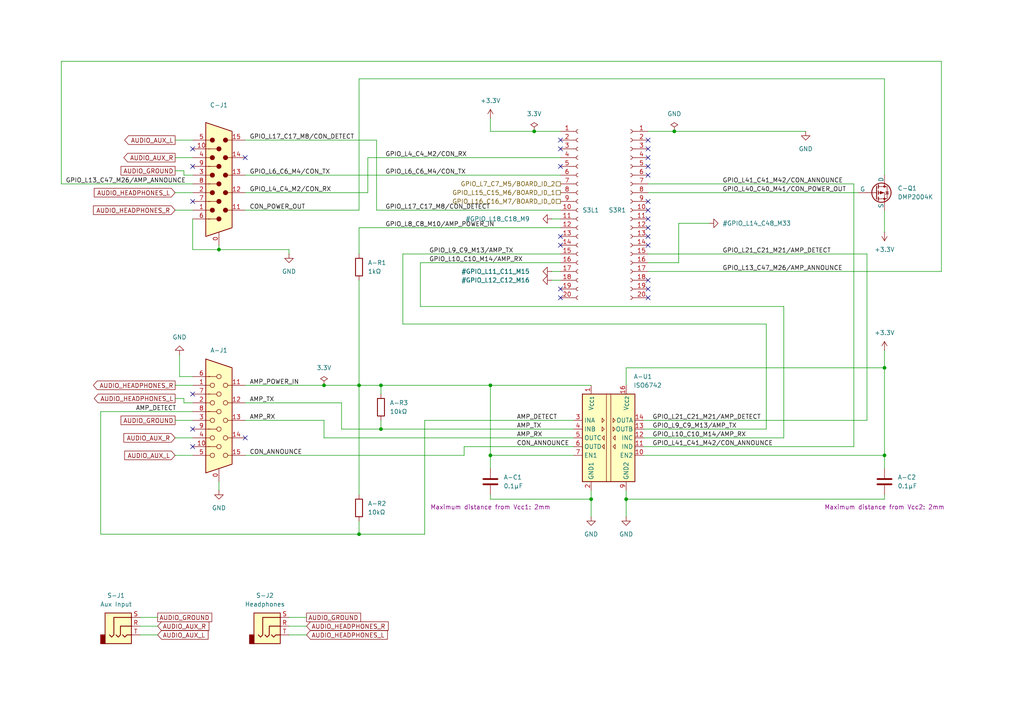
<source format=kicad_sch>
(kicad_sch (version 20250114) (generator "eeschema") (generator_version "9.0")
  (paper "A4")
  (lib_symbols
    (symbol "Connector:Conn_01x20_Socket" (pin_names (offset 1.016) (hide yes))
      (property "Reference" "J" (at 0 25.4 0))
      (property "Value" "Conn_01x20_Socket" (at 0 -27.94 0))
      (symbol "Conn_01x20_Socket_1_1"
        (polyline (pts (xy -1.27 22.86) (xy -0.508 22.86)) (stroke (width 0.1524)))
        (polyline (pts (xy -1.27 20.32) (xy -0.508 20.32)) (stroke (width 0.1524)))
        (polyline (pts (xy -1.27 17.78) (xy -0.508 17.78)) (stroke (width 0.1524)))
        (polyline (pts (xy -1.27 15.24) (xy -0.508 15.24)) (stroke (width 0.1524)))
        (polyline (pts (xy -1.27 12.7) (xy -0.508 12.7)) (stroke (width 0.1524)))
        (polyline (pts (xy -1.27 10.16) (xy -0.508 10.16)) (stroke (width 0.1524)))
        (polyline (pts (xy -1.27 7.62) (xy -0.508 7.62)) (stroke (width 0.1524)))
        (polyline (pts (xy -1.27 5.08) (xy -0.508 5.08)) (stroke (width 0.1524)))
        (polyline (pts (xy -1.27 2.54) (xy -0.508 2.54)) (stroke (width 0.1524)))
        (polyline (pts (xy -1.27 0) (xy -0.508 0)) (stroke (width 0.1524)))
        (polyline (pts (xy -1.27 -2.54) (xy -0.508 -2.54)) (stroke (width 0.1524)))
        (polyline (pts (xy -1.27 -5.08) (xy -0.508 -5.08)) (stroke (width 0.1524)))
        (polyline (pts (xy -1.27 -7.62) (xy -0.508 -7.62)) (stroke (width 0.1524)))
        (polyline (pts (xy -1.27 -10.16) (xy -0.508 -10.16)) (stroke (width 0.1524)))
        (polyline (pts (xy -1.27 -12.7) (xy -0.508 -12.7)) (stroke (width 0.1524)))
        (polyline (pts (xy -1.27 -15.24) (xy -0.508 -15.24)) (stroke (width 0.1524)))
        (polyline (pts (xy -1.27 -17.78) (xy -0.508 -17.78)) (stroke (width 0.1524)))
        (polyline (pts (xy -1.27 -20.32) (xy -0.508 -20.32)) (stroke (width 0.1524)))
        (polyline (pts (xy -1.27 -22.86) (xy -0.508 -22.86)) (stroke (width 0.1524)))
        (polyline (pts (xy -1.27 -25.4) (xy -0.508 -25.4)) (stroke (width 0.1524)))
        (arc (start 0 22.352) (mid -0.5058 22.86) (end 0 23.368) (stroke (width 0.1524)))
        (arc (start 0 19.812) (mid -0.5058 20.32) (end 0 20.828) (stroke (width 0.1524)))
        (arc (start 0 17.272) (mid -0.5058 17.78) (end 0 18.288) (stroke (width 0.1524)))
        (arc (start 0 14.732) (mid -0.5058 15.24) (end 0 15.748) (stroke (width 0.1524)))
        (arc (start 0 12.192) (mid -0.5058 12.7) (end 0 13.208) (stroke (width 0.1524)))
        (arc (start 0 9.652) (mid -0.5058 10.16) (end 0 10.668) (stroke (width 0.1524)))
        (arc (start 0 7.112) (mid -0.5058 7.62) (end 0 8.128) (stroke (width 0.1524)))
        (arc (start 0 4.572) (mid -0.5058 5.08) (end 0 5.588) (stroke (width 0.1524)))
        (arc (start 0 2.032) (mid -0.5058 2.54) (end 0 3.048) (stroke (width 0.1524)))
        (arc (start 0 -0.508) (mid -0.5058 0) (end 0 0.508) (stroke (width 0.1524)))
        (arc (start 0 -3.048) (mid -0.5058 -2.54) (end 0 -2.032) (stroke (width 0.1524)))
        (arc (start 0 -5.588) (mid -0.5058 -5.08) (end 0 -4.572) (stroke (width 0.1524)))
        (arc (start 0 -8.128) (mid -0.5058 -7.62) (end 0 -7.112) (stroke (width 0.1524)))
        (arc (start 0 -10.668) (mid -0.5058 -10.16) (end 0 -9.652) (stroke (width 0.1524)))
        (arc (start 0 -13.208) (mid -0.5058 -12.7) (end 0 -12.192) (stroke (width 0.1524)))
        (arc (start 0 -15.748) (mid -0.5058 -15.24) (end 0 -14.732) (stroke (width 0.1524)))
        (arc (start 0 -18.288) (mid -0.5058 -17.78) (end 0 -17.272) (stroke (width 0.1524)))
        (arc (start 0 -20.828) (mid -0.5058 -20.32) (end 0 -19.812) (stroke (width 0.1524)))
        (arc (start 0 -23.368) (mid -0.5058 -22.86) (end 0 -22.352) (stroke (width 0.1524)))
        (arc (start 0 -25.908) (mid -0.5058 -25.4) (end 0 -24.892) (stroke (width 0.1524)))
        (pin passive line (at -5.08 22.86 0) (length 3.81) (name "Pin_1") (number "1"))
        (pin passive line (at -5.08 20.32 0) (length 3.81) (name "Pin_2") (number "2"))
        (pin passive line (at -5.08 17.78 0) (length 3.81) (name "Pin_3") (number "3"))
        (pin passive line (at -5.08 15.24 0) (length 3.81) (name "Pin_4") (number "4"))
        (pin passive line (at -5.08 12.7 0) (length 3.81) (name "Pin_5") (number "5"))
        (pin passive line (at -5.08 10.16 0) (length 3.81) (name "Pin_6") (number "6"))
        (pin passive line (at -5.08 7.62 0) (length 3.81) (name "Pin_7") (number "7"))
        (pin passive line (at -5.08 5.08 0) (length 3.81) (name "Pin_8") (number "8"))
        (pin passive line (at -5.08 2.54 0) (length 3.81) (name "Pin_9") (number "9"))
        (pin passive line (at -5.08 0 0) (length 3.81) (name "Pin_10") (number "10"))
        (pin passive line (at -5.08 -2.54 0) (length 3.81) (name "Pin_11") (number "11"))
        (pin passive line (at -5.08 -5.08 0) (length 3.81) (name "Pin_12") (number "12"))
        (pin passive line (at -5.08 -7.62 0) (length 3.81) (name "Pin_13") (number "13"))
        (pin passive line (at -5.08 -10.16 0) (length 3.81) (name "Pin_14") (number "14"))
        (pin passive line (at -5.08 -12.7 0) (length 3.81) (name "Pin_15") (number "15"))
        (pin passive line (at -5.08 -15.24 0) (length 3.81) (name "Pin_16") (number "16"))
        (pin passive line (at -5.08 -17.78 0) (length 3.81) (name "Pin_17") (number "17"))
        (pin passive line (at -5.08 -20.32 0) (length 3.81) (name "Pin_18") (number "18"))
        (pin passive line (at -5.08 -22.86 0) (length 3.81) (name "Pin_19") (number "19"))
        (pin passive line (at -5.08 -25.4 0) (length 3.81) (name "Pin_20") (number "20"))
      )
    )
    (symbol "Connector:DE15_Pins_HighDensity_MountingHoles" (pin_names (offset 1.016) (hide yes))
      (property "Reference" "J" (at 0 21.59 0))
      (property "Value" "DE15_Pins_HighDensity_MountingHoles" (at 0 19.05 0))
      (symbol "DE15_Pins_HighDensity_MountingHoles_0_1"
        (polyline (pts (xy -3.81 17.78) (xy -3.81 -15.24) (xy 3.81 -12.7) (xy 3.81 15.24) (xy -3.81 17.78)) (stroke (width 0.254)) (fill (type background)))
        (polyline (pts (xy -3.175 -5.08) (xy -0.635 -5.08)))
        (circle (center -1.905 12.7) (radius 0.635) (fill (type outline)))
        (circle (center -1.905 7.62) (radius 0.635) (fill (type outline)))
        (circle (center -1.905 2.54) (radius 0.635) (fill (type outline)))
        (circle (center -1.905 -2.54) (radius 0.635) (fill (type outline)))
        (circle (center -1.905 -7.62) (radius 0.635) (fill (type outline)))
        (polyline (pts (xy -0.635 10.16) (xy -3.175 10.16)))
        (polyline (pts (xy -0.635 5.08) (xy -3.175 5.08)))
        (polyline (pts (xy -0.635 0) (xy -3.175 0)))
        (polyline (pts (xy -0.635 -10.16) (xy -3.175 -10.16)))
        (circle (center 0 10.16) (radius 0.635) (fill (type outline)))
        (circle (center 0 5.08) (radius 0.635) (fill (type outline)))
        (circle (center 0 0) (radius 0.635) (fill (type outline)))
        (circle (center 0 -5.08) (radius 0.635) (fill (type outline)))
        (circle (center 0 -10.16) (radius 0.635) (fill (type outline)))
        (circle (center 1.905 12.7) (radius 0.635) (fill (type outline)))
        (circle (center 1.905 7.62) (radius 0.635) (fill (type outline)))
        (circle (center 1.905 2.54) (radius 0.635) (fill (type outline)))
        (circle (center 1.905 -2.54) (radius 0.635) (fill (type outline)))
        (circle (center 1.905 -7.62) (radius 0.635) (fill (type outline)))
      )
      (symbol "DE15_Pins_HighDensity_MountingHoles_1_1"
        (pin passive line (at -7.62 12.7 0) (length 5.08) (name "~") (number "5"))
        (pin passive line (at -7.62 10.16 0) (length 5.08) (name "~") (number "10"))
        (pin passive line (at -7.62 7.62 0) (length 5.08) (name "~") (number "4"))
        (pin passive line (at -7.62 5.08 0) (length 5.08) (name "~") (number "9"))
        (pin passive line (at -7.62 2.54 0) (length 5.08) (name "~") (number "3"))
        (pin passive line (at -7.62 0 0) (length 5.08) (name "~") (number "8"))
        (pin passive line (at -7.62 -2.54 0) (length 5.08) (name "~") (number "2"))
        (pin passive line (at -7.62 -5.08 0) (length 5.08) (name "~") (number "7"))
        (pin passive line (at -7.62 -7.62 0) (length 5.08) (name "~") (number "1"))
        (pin passive line (at -7.62 -10.16 0) (length 5.08) (name "~") (number "6"))
        (pin passive line (at 0 -17.78 90) (length 3.81) (name "~") (number "0"))
        (pin passive line (at 7.62 12.7 180) (length 5.08) (name "~") (number "15"))
        (pin passive line (at 7.62 7.62 180) (length 5.08) (name "~") (number "14"))
        (pin passive line (at 7.62 2.54 180) (length 5.08) (name "~") (number "13"))
        (pin passive line (at 7.62 -2.54 180) (length 5.08) (name "~") (number "12"))
        (pin passive line (at 7.62 -7.62 180) (length 5.08) (name "~") (number "11"))
      )
    )
    (symbol "Connector:DE15_Socket_HighDensity_MountingHoles" (pin_names (offset 1.016) (hide yes))
      (property "Reference" "J" (at 0 21.59 0))
      (property "Value" "DE15_Socket_HighDensity_MountingHoles" (at 0 19.05 0))
      (symbol "DE15_Socket_HighDensity_MountingHoles_0_1"
        (polyline (pts (xy -3.81 17.78) (xy -3.81 -15.24) (xy 3.81 -12.7) (xy 3.81 15.24) (xy -3.81 17.78)) (stroke (width 0.254)) (fill (type background)))
        (polyline (pts (xy -3.175 7.62) (xy -0.635 7.62)))
        (circle (center -1.905 10.16) (radius 0.635))
        (circle (center -1.905 5.08) (radius 0.635))
        (circle (center -1.905 0) (radius 0.635))
        (circle (center -1.905 -5.08) (radius 0.635))
        (circle (center -1.905 -10.16) (radius 0.635))
        (polyline (pts (xy -0.635 12.7) (xy -3.175 12.7)))
        (polyline (pts (xy -0.635 2.54) (xy -3.175 2.54)))
        (polyline (pts (xy -0.635 -2.54) (xy -3.175 -2.54)))
        (polyline (pts (xy -0.635 -7.62) (xy -3.175 -7.62)))
        (circle (center 0 12.7) (radius 0.635))
        (circle (center 0 7.62) (radius 0.635))
        (circle (center 0 2.54) (radius 0.635))
        (circle (center 0 -2.54) (radius 0.635))
        (circle (center 0 -7.62) (radius 0.635))
        (circle (center 1.905 10.16) (radius 0.635))
        (circle (center 1.905 5.08) (radius 0.635))
        (circle (center 1.905 0) (radius 0.635))
        (circle (center 1.905 -5.08) (radius 0.635))
        (circle (center 1.905 -10.16) (radius 0.635))
      )
      (symbol "DE15_Socket_HighDensity_MountingHoles_1_1"
        (pin passive line (at -7.62 12.7 0) (length 5.08) (name "~") (number "6"))
        (pin passive line (at -7.62 10.16 0) (length 5.08) (name "~") (number "1"))
        (pin passive line (at -7.62 7.62 0) (length 5.08) (name "~") (number "7"))
        (pin passive line (at -7.62 5.08 0) (length 5.08) (name "~") (number "2"))
        (pin passive line (at -7.62 2.54 0) (length 5.08) (name "~") (number "8"))
        (pin passive line (at -7.62 0 0) (length 5.08) (name "~") (number "3"))
        (pin passive line (at -7.62 -2.54 0) (length 5.08) (name "~") (number "9"))
        (pin passive line (at -7.62 -5.08 0) (length 5.08) (name "~") (number "4"))
        (pin passive line (at -7.62 -7.62 0) (length 5.08) (name "~") (number "10"))
        (pin passive line (at -7.62 -10.16 0) (length 5.08) (name "~") (number "5"))
        (pin passive line (at 0 -17.78 90) (length 3.81) (name "~") (number "0"))
        (pin passive line (at 7.62 10.16 180) (length 5.08) (name "~") (number "11"))
        (pin passive line (at 7.62 5.08 180) (length 5.08) (name "~") (number "12"))
        (pin passive line (at 7.62 0 180) (length 5.08) (name "~") (number "13"))
        (pin passive line (at 7.62 -5.08 180) (length 5.08) (name "~") (number "14"))
        (pin passive line (at 7.62 -10.16 180) (length 5.08) (name "~") (number "15"))
      )
    )
    (symbol "Connector_Audio:AudioJack3"
      (property "Reference" "J" (at 0 8.89 0))
      (property "Value" "AudioJack3" (at 0 6.35 0))
      (symbol "AudioJack3_0_1"
        (rectangle (start -5.08 -5.08) (end -6.35 -2.54) (stroke (width 0.254)) (fill (type outline)))
        (polyline (pts (xy -1.905 -2.54) (xy -1.27 -3.175) (xy -0.635 -2.54) (xy -0.635 0) (xy 2.54 0)) (stroke (width 0.254)))
        (polyline (pts (xy 0 -2.54) (xy 0.635 -3.175) (xy 1.27 -2.54) (xy 2.54 -2.54)) (stroke (width 0.254)))
        (rectangle (start 2.54 3.81) (end -5.08 -5.08) (stroke (width 0.254)) (fill (type background)))
        (polyline (pts (xy 2.54 2.54) (xy -2.54 2.54) (xy -2.54 -2.54) (xy -3.175 -3.175) (xy -3.81 -2.54)) (stroke (width 0.254)))
      )
      (symbol "AudioJack3_1_1"
        (pin passive line (at 5.08 2.54 180) (length 2.54) (name "~") (number "S"))
        (pin passive line (at 5.08 0 180) (length 2.54) (name "~") (number "R"))
        (pin passive line (at 5.08 -2.54 180) (length 2.54) (name "~") (number "T"))
      )
    )
    (symbol "Device:C" (pin_numbers (hide yes)) (pin_names (offset 0.254))
      (property "Reference" "C" (at 0.635 2.54 0))
      (property "Value" "C" (at 0.635 -2.54 0))
      (symbol "C_0_1"
        (polyline (pts (xy -2.032 0.762) (xy 2.032 0.762)) (stroke (width 0.508)))
        (polyline (pts (xy -2.032 -0.762) (xy 2.032 -0.762)) (stroke (width 0.508)))
      )
      (symbol "C_1_1"
        (pin passive line (at 0 3.81 270) (length 2.794) (name "~") (number "1"))
        (pin passive line (at 0 -3.81 90) (length 2.794) (name "~") (number "2"))
      )
    )
    (symbol "Device:R" (pin_numbers (hide yes)) (pin_names (offset 0))
      (property "Reference" "R" (at 2.032 0 90))
      (property "Value" "R" (at 0 0 90))
      (symbol "R_0_1"
        (rectangle (start -1.016 -2.54) (end 1.016 2.54) (stroke (width 0.254)))
      )
      (symbol "R_1_1"
        (pin passive line (at 0 3.81 270) (length 1.27) (name "~") (number "1"))
        (pin passive line (at 0 -3.81 90) (length 1.27) (name "~") (number "2"))
      )
    )
    (symbol "Isolator:ISO6742"
      (property "Reference" "U" (at 8.255 14.605 0))
      (property "Value" "ISO6742" (at 8.255 12.065 0))
      (symbol "ISO6742_0_1"
        (rectangle (start -7.62 12.7) (end 7.62 -12.7) (stroke (width 0.254)) (fill (type background)))
        (polyline (pts (xy -0.635 12.7) (xy -0.635 -12.7)))
        (polyline (pts (xy 0.635 12.7) (xy 0.635 -12.7)))
      )
      (symbol "ISO6742_1_1"
        (polyline (pts (xy -1.905 5.715) (xy -1.27 5.08) (xy -1.905 4.445) (xy -1.905 5.715)))
        (polyline (pts (xy -1.905 3.175) (xy -1.27 2.54) (xy -1.905 1.905) (xy -1.905 3.175)))
        (polyline (pts (xy -1.27 -0.635) (xy -1.905 0) (xy -1.27 0.635) (xy -1.27 -0.635)))
        (polyline (pts (xy -1.27 -3.175) (xy -1.905 -2.54) (xy -1.27 -1.905) (xy -1.27 -3.175)))
        (polyline (pts (xy 1.27 5.715) (xy 1.905 5.08) (xy 1.27 4.445) (xy 1.27 5.715)))
        (polyline (pts (xy 1.27 3.175) (xy 1.905 2.54) (xy 1.27 1.905) (xy 1.27 3.175)))
        (polyline (pts (xy 1.905 -0.635) (xy 1.27 0) (xy 1.905 0.635) (xy 1.905 -0.635)))
        (polyline (pts (xy 1.905 -3.175) (xy 1.27 -2.54) (xy 1.905 -1.905) (xy 1.905 -3.175)))
        (pin input line (at -10.16 5.08 0) (length 2.54) (name "INA") (number "3"))
        (pin input line (at -10.16 2.54 0) (length 2.54) (name "INB") (number "4"))
        (pin output line (at -10.16 0 0) (length 2.54) (name "OUTC") (number "5"))
        (pin output line (at -10.16 -2.54 0) (length 2.54) (name "OUTD") (number "6"))
        (pin input line (at -10.16 -5.08 0) (length 2.54) (name "EN1") (number "7"))
        (pin power_in line (at -5.08 15.24 270) (length 2.54) (name "V_{CC1}") (number "1"))
        (pin power_in line (at -5.08 -15.24 90) (length 2.54) (name "GND1") (number "2"))
        (pin passive line (at -5.08 -15.24 90) (length 2.54) (hide yes) (name "GND1") (number "8"))
        (pin power_in line (at 5.08 15.24 270) (length 2.54) (name "V_{CC2}") (number "16"))
        (pin passive line (at 5.08 -15.24 90) (length 2.54) (hide yes) (name "GND2") (number "15"))
        (pin power_in line (at 5.08 -15.24 90) (length 2.54) (name "GND2") (number "9"))
        (pin output line (at 10.16 5.08 180) (length 2.54) (name "OUTA") (number "14"))
        (pin output line (at 10.16 2.54 180) (length 2.54) (name "OUTB") (number "13"))
        (pin input line (at 10.16 0 180) (length 2.54) (name "INC") (number "12"))
        (pin input line (at 10.16 -2.54 180) (length 2.54) (name "IND") (number "11"))
        (pin input line (at 10.16 -5.08 180) (length 2.54) (name "EN2") (number "10"))
      )
    )
    (symbol "Simulation_SPICE:PMOS" (pin_numbers (hide yes)) (pin_names (offset 0))
      (property "Reference" "C-Q1" (at 6.35 1.2701 0))
      (property "Value" "DMP2004K" (at 6.35 -1.2699 0))
      (symbol "PMOS_0_1"
        (polyline (pts (xy 0.254 1.905) (xy 0.254 -1.905)) (stroke (width 0.254)))
        (polyline (pts (xy 0.254 0) (xy -2.54 0)))
        (polyline (pts (xy 0.762 2.286) (xy 0.762 1.27)) (stroke (width 0.254)))
        (polyline (pts (xy 0.762 1.778) (xy 3.302 1.778) (xy 3.302 -1.778) (xy 0.762 -1.778)))
        (polyline (pts (xy 0.762 0.508) (xy 0.762 -0.508)) (stroke (width 0.254)))
        (polyline (pts (xy 0.762 -1.27) (xy 0.762 -2.286)) (stroke (width 0.254)))
        (circle (center 1.651 0) (radius 2.794) (stroke (width 0.254)))
        (polyline (pts (xy 2.286 0) (xy 1.27 0.381) (xy 1.27 -0.381) (xy 2.286 0)) (fill (type outline)))
        (polyline (pts (xy 2.54 2.54) (xy 2.54 1.778)))
        (circle (center 2.54 1.778) (radius 0.254) (fill (type outline)))
        (circle (center 2.54 -1.778) (radius 0.254) (fill (type outline)))
        (polyline (pts (xy 2.54 -2.54) (xy 2.54 0) (xy 0.762 0)))
        (polyline (pts (xy 2.794 -0.508) (xy 2.921 -0.381) (xy 3.683 -0.381) (xy 3.81 -0.254)))
        (polyline (pts (xy 3.302 -0.381) (xy 2.921 0.254) (xy 3.683 0.254) (xy 3.302 -0.381)))
      )
      (symbol "PMOS_1_1"
        (pin passive line (at -5.08 0 0) (length 2.54) (name "G") (number "1"))
        (pin passive line (at 2.54 5.08 270) (length 2.54) (name "D") (number "3"))
        (pin passive line (at 2.54 -5.08 90) (length 2.54) (name "S") (number "2"))
      )
    )
    (symbol "power:+3.3V" (power) (pin_numbers (hide yes)) (pin_names (offset 0) (hide yes))
      (property "Value" "+3.3V" (at 0 3.556 0))
      (symbol "+3.3V_0_1"
        (polyline (pts (xy -0.762 1.27) (xy 0 2.54)))
        (polyline (pts (xy 0 2.54) (xy 0.762 1.27)))
        (polyline (pts (xy 0 0) (xy 0 2.54)))
      )
      (symbol "+3.3V_1_1"
        (pin power_in line (at 0 0 90) (length 0) (name "~") (number "1"))
      )
    )
    (symbol "power:GND" (power) (pin_numbers (hide yes)) (pin_names (offset 0) (hide yes))
      (property "Value" "GND" (at 0 -3.81 0))
      (symbol "GND_0_1"
        (polyline (pts (xy 0 0) (xy 0 -1.27) (xy 1.27 -1.27) (xy 0 -2.54) (xy -1.27 -1.27) (xy 0 -1.27)))
      )
      (symbol "GND_1_1"
        (pin power_in line (at 0 0 270) (length 0) (name "~") (number "1"))
      )
    )
    (symbol "power:PWR_FLAG" (power) (pin_numbers (hide yes)) (pin_names (offset 0) (hide yes))
      (property "Value" "PWR_FLAG" (at 0 3.81 0))
      (symbol "PWR_FLAG_0_0"
        (pin power_out line (at 0 0 90) (length 0) (name "~") (number "1"))
      )
      (symbol "PWR_FLAG_0_1"
        (polyline (pts (xy 0 0) (xy 0 1.27) (xy -1.016 1.905) (xy 0 2.54) (xy 1.016 1.905) (xy 0 1.27)))
      )
    )
  )
  (junction (at 256.54 132.08))
  (junction (at 63.5 72.39))
  (junction (at 110.49 124.46))
  (junction (at 256.54 106.68))
  (junction (at 142.24 132.08))
  (junction (at 142.24 111.76))
  (junction (at 93.98 111.76))
  (junction (at 104.14 154.94))
  (junction (at 104.14 111.76))
  (junction (at 181.61 144.78))
  (junction (at 154.94 38.1))
  (junction (at 195.58 38.1))
  (junction (at 110.49 111.76))
  (junction (at 171.45 144.78))
  (no_connect (at 55.88 58.42))
  (no_connect (at 187.96 60.96))
  (no_connect (at 187.96 40.64))
  (no_connect (at 71.12 45.72))
  (no_connect (at 55.88 129.54))
  (no_connect (at 187.96 81.28))
  (no_connect (at 187.96 48.26))
  (no_connect (at 162.56 48.26))
  (no_connect (at 162.56 83.82))
  (no_connect (at 187.96 83.82))
  (no_connect (at 55.88 124.46))
  (no_connect (at 162.56 68.58))
  (no_connect (at 187.96 71.12))
  (no_connect (at 187.96 50.8))
  (no_connect (at 187.96 45.72))
  (no_connect (at 162.56 71.12))
  (no_connect (at 162.56 40.64))
  (no_connect (at 71.12 127))
  (no_connect (at 187.96 58.42))
  (no_connect (at 55.88 43.18))
  (no_connect (at 162.56 43.18))
  (no_connect (at 187.96 86.36))
  (no_connect (at 187.96 43.18))
  (no_connect (at 187.96 63.5))
  (no_connect (at 187.96 68.58))
  (no_connect (at 55.88 114.3))
  (no_connect (at 55.88 48.26))
  (no_connect (at 187.96 66.04))
  (no_connect (at 162.56 86.36))
  (wire (pts (xy 256.54 132.08) (xy 256.54 135.89)))
  (wire (pts (xy 187.96 78.74) (xy 273.05 78.74)))
  (wire (pts (xy 104.14 111.76) (xy 104.14 143.51)))
  (wire (pts (xy 154.94 38.1) (xy 162.56 38.1)))
  (wire (pts (xy 71.12 116.84) (xy 99.06 116.84)))
  (wire (pts (xy 106.68 45.72) (xy 162.56 45.72)))
  (wire (pts (xy 181.61 144.78) (xy 256.54 144.78)))
  (wire (pts (xy 171.45 144.78) (xy 171.45 149.86)))
  (wire (pts (xy 195.58 38.1) (xy 233.68 38.1)))
  (wire (pts (xy 110.49 111.76) (xy 142.24 111.76)))
  (wire (pts (xy 187.96 73.66) (xy 251.46 73.66)))
  (wire (pts (xy 256.54 22.86) (xy 104.14 22.86)))
  (wire (pts (xy 160.02 78.74) (xy 162.56 78.74)))
  (wire (pts (xy 256.54 101.6) (xy 256.54 106.68)))
  (wire (pts (xy 222.25 93.98) (xy 116.84 93.98)))
  (wire (pts (xy 52.07 109.22) (xy 55.88 109.22)))
  (wire (pts (xy 104.14 111.76) (xy 110.49 111.76)))
  (wire (pts (xy 222.25 93.98) (xy 222.25 124.46)))
  (wire (pts (xy 123.19 121.92) (xy 166.37 121.92)))
  (wire (pts (xy 116.84 73.66) (xy 162.56 73.66)))
  (wire (pts (xy 227.33 88.9) (xy 121.92 88.9)))
  (wire (pts (xy 17.78 17.78) (xy 273.05 17.78)))
  (wire (pts (xy 71.12 132.08) (xy 134.62 132.08)))
  (wire (pts (xy 142.24 111.76) (xy 142.24 132.08)))
  (wire (pts (xy 99.06 116.84) (xy 99.06 124.46)))
  (wire (pts (xy 50.8 49.53) (xy 53.34 49.53)))
  (wire (pts (xy 104.14 154.94) (xy 123.19 154.94)))
  (wire (pts (xy 160.02 81.28) (xy 162.56 81.28)))
  (wire (pts (xy 109.22 60.96) (xy 162.56 60.96)))
  (wire (pts (xy 71.12 40.64) (xy 109.22 40.64)))
  (wire (pts (xy 63.5 72.39) (xy 83.82 72.39)))
  (wire (pts (xy 71.12 111.76) (xy 93.98 111.76)))
  (wire (pts (xy 134.62 129.54) (xy 166.37 129.54)))
  (wire (pts (xy 71.12 50.8) (xy 162.56 50.8)))
  (wire (pts (xy 181.61 144.78) (xy 181.61 149.86)))
  (wire (pts (xy 256.54 60.96) (xy 256.54 67.31)))
  (wire (pts (xy 196.85 64.77) (xy 196.85 76.2)))
  (wire (pts (xy 17.78 53.34) (xy 55.88 53.34)))
  (wire (pts (xy 71.12 55.88) (xy 106.68 55.88)))
  (wire (pts (xy 196.85 76.2) (xy 187.96 76.2)))
  (wire (pts (xy 40.64 179.07) (xy 45.72 179.07)))
  (wire (pts (xy 104.14 81.28) (xy 104.14 111.76)))
  (wire (pts (xy 17.78 17.78) (xy 17.78 53.34)))
  (wire (pts (xy 186.69 127) (xy 227.33 127)))
  (wire (pts (xy 93.98 111.76) (xy 104.14 111.76)))
  (wire (pts (xy 106.68 45.72) (xy 106.68 55.88)))
  (wire (pts (xy 99.06 124.46) (xy 110.49 124.46)))
  (wire (pts (xy 50.8 40.64) (xy 55.88 40.64)))
  (wire (pts (xy 187.96 53.34) (xy 247.65 53.34)))
  (wire (pts (xy 50.8 111.76) (xy 55.88 111.76)))
  (wire (pts (xy 63.5 71.12) (xy 63.5 72.39)))
  (wire (pts (xy 181.61 142.24) (xy 181.61 144.78)))
  (wire (pts (xy 53.34 49.53) (xy 53.34 50.8)))
  (wire (pts (xy 134.62 132.08) (xy 134.62 129.54)))
  (wire (pts (xy 104.14 151.13) (xy 104.14 154.94)))
  (wire (pts (xy 83.82 72.39) (xy 83.82 73.66)))
  (wire (pts (xy 187.96 38.1) (xy 195.58 38.1)))
  (wire (pts (xy 93.98 127) (xy 93.98 121.92)))
  (wire (pts (xy 50.8 60.96) (xy 55.88 60.96)))
  (wire (pts (xy 121.92 76.2) (xy 162.56 76.2)))
  (wire (pts (xy 251.46 73.66) (xy 251.46 121.92)))
  (wire (pts (xy 142.24 144.78) (xy 171.45 144.78)))
  (wire (pts (xy 121.92 76.2) (xy 121.92 88.9)))
  (wire (pts (xy 50.8 45.72) (xy 55.88 45.72)))
  (wire (pts (xy 109.22 40.64) (xy 109.22 60.96)))
  (wire (pts (xy 142.24 111.76) (xy 171.45 111.76)))
  (wire (pts (xy 205.74 64.77) (xy 196.85 64.77)))
  (wire (pts (xy 104.14 66.04) (xy 162.56 66.04)))
  (wire (pts (xy 110.49 111.76) (xy 110.49 114.3)))
  (wire (pts (xy 256.54 144.78) (xy 256.54 143.51)))
  (wire (pts (xy 104.14 66.04) (xy 104.14 73.66)))
  (wire (pts (xy 187.96 55.88) (xy 248.92 55.88)))
  (wire (pts (xy 142.24 38.1) (xy 154.94 38.1)))
  (wire (pts (xy 71.12 121.92) (xy 93.98 121.92)))
  (wire (pts (xy 53.34 115.57) (xy 53.34 116.84)))
  (wire (pts (xy 171.45 142.24) (xy 171.45 144.78)))
  (wire (pts (xy 40.64 181.61) (xy 45.72 181.61)))
  (wire (pts (xy 186.69 132.08) (xy 256.54 132.08)))
  (wire (pts (xy 142.24 34.29) (xy 142.24 38.1)))
  (wire (pts (xy 186.69 124.46) (xy 222.25 124.46)))
  (wire (pts (xy 104.14 22.86) (xy 104.14 60.96)))
  (wire (pts (xy 50.8 132.08) (xy 55.88 132.08)))
  (wire (pts (xy 40.64 184.15) (xy 45.72 184.15)))
  (wire (pts (xy 83.82 184.15) (xy 88.9 184.15)))
  (wire (pts (xy 186.69 129.54) (xy 247.65 129.54)))
  (wire (pts (xy 83.82 181.61) (xy 88.9 181.61)))
  (wire (pts (xy 181.61 106.68) (xy 256.54 106.68)))
  (wire (pts (xy 181.61 106.68) (xy 181.61 111.76)))
  (wire (pts (xy 83.82 179.07) (xy 88.9 179.07)))
  (wire (pts (xy 55.88 72.39) (xy 63.5 72.39)))
  (wire (pts (xy 29.21 119.38) (xy 29.21 154.94)))
  (wire (pts (xy 53.34 116.84) (xy 55.88 116.84)))
  (wire (pts (xy 71.12 60.96) (xy 104.14 60.96)))
  (wire (pts (xy 63.5 139.7) (xy 63.5 142.24)))
  (wire (pts (xy 256.54 22.86) (xy 256.54 50.8)))
  (wire (pts (xy 142.24 144.78) (xy 142.24 143.51)))
  (wire (pts (xy 50.8 115.57) (xy 53.34 115.57)))
  (wire (pts (xy 247.65 53.34) (xy 247.65 129.54)))
  (wire (pts (xy 93.98 127) (xy 166.37 127)))
  (wire (pts (xy 273.05 17.78) (xy 273.05 78.74)))
  (wire (pts (xy 50.8 55.88) (xy 55.88 55.88)))
  (wire (pts (xy 50.8 127) (xy 55.88 127)))
  (wire (pts (xy 52.07 102.87) (xy 52.07 109.22)))
  (wire (pts (xy 55.88 63.5) (xy 55.88 72.39)))
  (wire (pts (xy 227.33 127) (xy 227.33 88.9)))
  (wire (pts (xy 123.19 121.92) (xy 123.19 154.94)))
  (wire (pts (xy 160.02 63.5) (xy 162.56 63.5)))
  (wire (pts (xy 186.69 121.92) (xy 251.46 121.92)))
  (wire (pts (xy 256.54 106.68) (xy 256.54 132.08)))
  (wire (pts (xy 142.24 132.08) (xy 142.24 135.89)))
  (wire (pts (xy 50.8 121.92) (xy 55.88 121.92)))
  (wire (pts (xy 55.88 119.38) (xy 29.21 119.38)))
  (wire (pts (xy 53.34 50.8) (xy 55.88 50.8)))
  (wire (pts (xy 110.49 121.92) (xy 110.49 124.46)))
  (wire (pts (xy 116.84 73.66) (xy 116.84 93.98)))
  (wire (pts (xy 142.24 132.08) (xy 166.37 132.08)))
  (wire (pts (xy 110.49 124.46) (xy 166.37 124.46)))
  (wire (pts (xy 29.21 154.94) (xy 104.14 154.94)))
  (label "GPIO_L4_C4_M2{slash}CON_RX" (at 111.76 45.72 0))
  (label "AMP_TX" (at 72.39 116.84 0))
  (label "GPIO_L9_C9_M13{slash}AMP_TX" (at 124.46 73.66 0))
  (label "GPIO_L17_C17_M8{slash}CON_DETECT" (at 72.39 40.64 0))
  (label "AMP_DETECT" (at 39.37 119.38 0))
  (label "GPIO_L6_C6_M4{slash}CON_TX" (at 111.76 50.8 0))
  (label "CON_ANNOUNCE" (at 72.39 132.08 0))
  (label "GPIO_L13_C47_M26{slash}AMP_ANNOUNCE" (at 19.05 53.34 0))
  (label "AMP_POWER_IN" (at 72.39 111.76 0))
  (label "AMP_RX" (at 72.39 121.92 0))
  (label "AMP_DETECT" (at 149.86 121.92 0))
  (label "CON_ANNOUNCE" (at 149.86 129.54 0))
  (label "GPIO_L13_C47_M26{slash}AMP_ANNOUNCE" (at 209.55 78.74 0))
  (label "AMP_TX" (at 149.86 124.46 0))
  (label "GPIO_L21_C21_M21{slash}AMP_DETECT" (at 209.55 73.66 0))
  (label "GPIO_L9_C9_M13{slash}AMP_TX" (at 189.23 124.46 0))
  (label "GPIO_L17_C17_M8{slash}CON_DETECT" (at 111.76 60.96 0))
  (label "CON_POWER_OUT" (at 72.39 60.96 0))
  (label "GPIO_L8_C8_M10{slash}AMP_POWER_IN" (at 111.76 66.04 0))
  (label "AMP_RX" (at 149.86 127 0))
  (label "GPIO_L6_C6_M4{slash}CON_TX" (at 72.39 50.8 0))
  (label "GPIO_L4_C4_M2{slash}CON_RX" (at 72.39 55.88 0))
  (label "GPIO_L21_C21_M21{slash}AMP_DETECT" (at 189.23 121.92 0))
  (label "GPIO_L40_C40_M41{slash}CON_POWER_OUT" (at 209.55 55.88 0))
  (label "GPIO_L41_C41_M42{slash}CON_ANNOUNCE" (at 189.23 129.54 0))
  (label "GPIO_L41_C41_M42{slash}CON_ANNOUNCE" (at 209.55 53.34 0))
  (label "GPIO_L10_C10_M14{slash}AMP_RX" (at 124.46 76.2 0))
  (label "GPIO_L10_C10_M14{slash}AMP_RX" (at 189.23 127 0))
  (global_label "AUDIO_HEADPHONES_L" (shape input) (at 50.8 55.88 180) (property "Intersheetrefs" "${INTERSHEET_REFS}" (effects (hide yes))))
  (global_label "AUDIO_GROUND" (shape passive) (at 50.8 121.92 180) (property "Intersheetrefs" "${INTERSHEET_REFS}" (effects (hide yes))))
  (global_label "AUDIO_HEADPHONES_R" (shape output) (at 50.8 111.76 180) (property "Intersheetrefs" "${INTERSHEET_REFS}" (effects (hide yes))))
  (global_label "AUDIO_HEADPHONES_R" (shape input) (at 50.8 60.96 180) (property "Intersheetrefs" "${INTERSHEET_REFS}" (effects (hide yes))))
  (global_label "AUDIO_HEADPHONES_R" (shape input) (at 88.9 181.61 0) (property "Intersheetrefs" "${INTERSHEET_REFS}" (effects (hide yes))))
  (global_label "AUDIO_AUX_R" (shape input) (at 45.72 181.61 0) (property "Intersheetrefs" "${INTERSHEET_REFS}" (effects (hide yes))))
  (global_label "AUDIO_GROUND" (shape passive) (at 88.9 179.07 0) (property "Intersheetrefs" "${INTERSHEET_REFS}" (effects (hide yes))))
  (global_label "AUDIO_HEADPHONES_L" (shape input) (at 88.9 184.15 0) (property "Intersheetrefs" "${INTERSHEET_REFS}" (effects (hide yes))))
  (global_label "AUDIO_AUX_L" (shape input) (at 45.72 184.15 0) (property "Intersheetrefs" "${INTERSHEET_REFS}" (effects (hide yes))))
  (global_label "AUDIO_AUX_R" (shape output) (at 50.8 45.72 180) (property "Intersheetrefs" "${INTERSHEET_REFS}" (effects (hide yes))))
  (global_label "AUDIO_AUX_L" (shape output) (at 50.8 40.64 180) (property "Intersheetrefs" "${INTERSHEET_REFS}" (effects (hide yes))))
  (global_label "AUDIO_AUX_R" (shape input) (at 50.8 127 180) (property "Intersheetrefs" "${INTERSHEET_REFS}" (effects (hide yes))))
  (global_label "AUDIO_GROUND" (shape passive) (at 45.72 179.07 0) (property "Intersheetrefs" "${INTERSHEET_REFS}" (effects (hide yes))))
  (global_label "AUDIO_AUX_L" (shape input) (at 50.8 132.08 180) (property "Intersheetrefs" "${INTERSHEET_REFS}" (effects (hide yes))))
  (global_label "AUDIO_HEADPHONES_L" (shape output) (at 50.8 115.57 180) (property "Intersheetrefs" "${INTERSHEET_REFS}" (effects (hide yes))))
  (global_label "AUDIO_GROUND" (shape passive) (at 50.8 49.53 180) (property "Intersheetrefs" "${INTERSHEET_REFS}" (effects (hide yes))))
  (hierarchical_label "GPIO_L7_C7_M5{slash}BOARD_ID_2" (shape passive) (at 162.56 53.34 180))
  (hierarchical_label "GPIO_L16_C16_M7{slash}BOARD_ID_0" (shape passive) (at 162.56 58.42 180))
  (hierarchical_label "GPIO_L15_C15_M6{slash}BOARD_ID_1" (shape passive) (at 162.56 55.88 180))
  (symbol (lib_id "Connector:Conn_01x20_Socket") (at 182.88 60.96 0) (mirror y) (unit 1)
    (property "Reference" "S3R1" (at 181.61 60.9599 0) (effects (justify left)))
    (property "Value" "Conn_01x20_Socket" (effects (hide yes)))
    (property "Footprint" "Connector_PinSocket_2.54mm:PinSocket_1x20_P2.54mm_Vertical" (effects (hide yes)))
    (property "Description" "Generic connector, single row, 01x20, script generated" (effects (hide yes)))
  )
  (symbol (lib_id "Device:R") (at 104.14 77.47 0) (unit 1)
    (property "Reference" "A-R1" (at 106.68 76.1999 0) (effects (justify left)))
    (property "Value" "1kΩ" (at 106.68 78.7399 0) (effects (justify left)))
    (property "Footprint" "Resistor_SMD:R_0805_2012Metric_Pad1.20x1.40mm_HandSolder" (effects (hide yes)))
    (property "Description" "Resistor" (effects (hide yes)))
  )
  (symbol (lib_id "Device:C") (at 256.54 139.7 0) (unit 1)
    (property "Reference" "A-C2" (at 260.35 138.4299 0) (effects (justify left)))
    (property "Value" "0.1µF" (at 260.35 140.9699 0) (effects (justify left)))
    (property "Footprint" "Capacitor_SMD:C_0805_2012Metric_Pad1.18x1.45mm_HandSolder" (effects (hide yes)))
    (property "Description" "Unpolarized capacitor" (effects (hide yes)))
    (property "Constraint" "Maximum distance from Vcc2: 2mm" (at 256.54 147.066 0))
  )
  (symbol (lib_id "power:+3.3V") (at 256.54 67.31 0) (mirror x) (unit 1)
    (property "Reference" "#PWR6" (effects (hide yes)))
    (property "Value" "+3.3V" (at 256.54 72.39 0))
    (property "Description" "Power symbol creates a global label with name \"+3.3V\"" (effects (hide yes)))
  )
  (symbol (lib_id "power:GND") (at 63.5 142.24 0) (unit 1)
    (property "Reference" "#PWR2" (effects (hide yes)))
    (property "Value" "GND" (at 63.5 147.32 0))
    (property "Description" "Power symbol creates a global label with name \"GND\" , ground" (effects (hide yes)))
  )
  (symbol (lib_id "power:+3.3V") (at 142.24 34.29 0) (unit 1)
    (property "Reference" "#PWR4" (effects (hide yes)))
    (property "Value" "+3.3V" (at 142.24 29.21 0))
    (property "Description" "Power symbol creates a global label with name \"+3.3V\"" (effects (hide yes)))
  )
  (symbol (lib_id "power:PWR_FLAG") (at 154.94 38.1 0) (unit 1)
    (property "Reference" "#FLG01" (effects (hide yes)))
    (property "Value" "3.3V" (at 154.94 33.02 0))
    (property "Description" "Special symbol for telling ERC where power comes from" (effects (hide yes)))
  )
  (symbol (lib_id "power:GND") (at 160.02 63.5 270) (unit 1)
    (property "Reference" "#GPIO_L18_C18_M9" (at 153.67 63.5 90) (effects (justify right)))
    (property "Value" "GND" (effects (hide yes)))
    (property "Description" "Power symbol creates a global label with name \"GND\" , ground" (effects (hide yes)))
  )
  (symbol (lib_id "Connector:DE15_Socket_HighDensity_MountingHoles") (at 63.5 121.92 0) (unit 1)
    (property "Reference" "A-J1" (at 63.5 101.6 0))
    (property "Value" "DE15_Socket_HighDensity_MountingHoles" (effects (hide yes)))
    (property "Footprint" "Amphenol:AMPHENOL_L77HDE15SD1CH4R" (effects (hide yes)))
    (property "Datasheet" "https://cdn.amphenol-cs.com/media/wysiwyg/files/drawing/l77hdxxxsd1ch4r.pdf" (effects (hide yes)))
    (property "Description" "15-pin D-SUB connector, socket (female), High density (3 columns), Triple Row, Generic, VGA-connector, Mounting Hole" (effects (hide yes)))
  )
  (symbol (lib_id "Connector:DE15_Pins_HighDensity_MountingHoles") (at 63.5 53.34 0) (unit 1)
    (property "Reference" "C-J1" (at 63.5 30.48 0))
    (property "Value" "DE15_Pins_HighDensity_MountingHoles" (effects (hide yes)))
    (property "Footprint" "Amphenol:AMPHENOL_L717HDE15PD1CH4F" (effects (hide yes)))
    (property "Datasheet" "https://cdn.amphenol-cs.com/media/wysiwyg/files/drawing/l717hdxxxpd1ch4f.pdf" (effects (hide yes)))
    (property "Description" "15-pin male plug socket D-SUB connector, High density (3 columns), Triple Row, Generic, VGA-connector, Mounting Hole" (effects (hide yes)))
  )
  (symbol (lib_id "power:GND") (at 52.07 102.87 180) (unit 1)
    (property "Reference" "#PWR3" (effects (hide yes)))
    (property "Value" "GND" (at 52.07 97.79 0))
    (property "Description" "Power symbol creates a global label with name \"GND\" , ground" (effects (hide yes)))
  )
  (symbol (lib_id "Device:R") (at 110.49 118.11 0) (unit 1)
    (property "Reference" "A-R3" (at 113.03 116.8399 0) (effects (justify left)))
    (property "Value" "10kΩ" (at 113.03 119.3799 0) (effects (justify left)))
    (property "Footprint" "Resistor_SMD:R_0805_2012Metric_Pad1.20x1.40mm_HandSolder" (effects (hide yes)))
    (property "Description" "Resistor" (effects (hide yes)))
  )
  (symbol (lib_id "Connector_Audio:AudioJack3") (at 35.56 181.61 0) (unit 1)
    (property "Reference" "S-J1" (at 33.655 172.72 0))
    (property "Value" "Aux Input" (at 33.655 175.26 0))
    (property "Footprint" "ggroohauga:Jack_3.5mm_CUI_SJ1-3523N_Horizontal" (effects (hide yes)))
    (property "Datasheet" "https://www.sameskydevices.com/product/resource/sj1-352xn.pdf" (effects (hide yes)))
    (property "Description" "Audio Jack, 3 Poles (Stereo / TRS)" (effects (hide yes)))
  )
  (symbol (lib_id "Connector_Audio:AudioJack3") (at 78.74 181.61 0) (unit 1)
    (property "Reference" "S-J2" (at 76.835 172.72 0))
    (property "Value" "Headphones" (at 76.835 175.26 0))
    (property "Footprint" "ggroohauga:Jack_3.5mm_CUI_SJ1-3523N_Horizontal" (effects (hide yes)))
    (property "Datasheet" "https://www.sameskydevices.com/product/resource/sj1-352xn.pdf" (effects (hide yes)))
    (property "Description" "Audio Jack, 3 Poles (Stereo / TRS)" (effects (hide yes)))
  )
  (symbol (lib_id "Isolator:ISO6742") (at 176.53 127 0) (unit 1)
    (property "Reference" "A-U1" (at 183.7533 109.22 0) (effects (justify left)))
    (property "Value" "ISO6742" (at 183.7533 111.76 0) (effects (justify left)))
    (property "Footprint" "Package_SO:SOIC-16W_7.5x10.3mm_P1.27mm" (effects (hide yes)))
    (property "Datasheet" "https://www.ti.com/lit/ds/symlink/iso6742.pdf" (effects (hide yes)))
    (property "Description" "General-purpose, quad-channel, 2/2 digital isolator" (effects (hide yes)))
  )
  (symbol (lib_id "Device:C") (at 142.24 139.7 0) (unit 1)
    (property "Reference" "A-C1" (at 146.05 138.4299 0) (effects (justify left)))
    (property "Value" "0.1µF" (at 146.05 140.9699 0) (effects (justify left)))
    (property "Footprint" "Capacitor_SMD:C_0805_2012Metric_Pad1.18x1.45mm_HandSolder" (effects (hide yes)))
    (property "Description" "Unpolarized capacitor" (effects (hide yes)))
    (property "Constraint" "Maximum distance from Vcc1: 2mm" (at 142.24 147.066 0))
  )
  (symbol (lib_id "Device:R") (at 104.14 147.32 180) (unit 1)
    (property "Reference" "A-R2" (at 106.68 146.0499 0) (effects (justify right)))
    (property "Value" "10kΩ" (at 106.68 148.5899 0) (effects (justify right)))
    (property "Footprint" "Resistor_SMD:R_0805_2012Metric_Pad1.20x1.40mm_HandSolder" (effects (hide yes)))
    (property "Description" "Resistor" (effects (hide yes)))
  )
  (symbol (lib_id "power:GND") (at 83.82 73.66 0) (unit 1)
    (property "Reference" "#PWR1" (effects (hide yes)))
    (property "Value" "GND" (at 83.82 78.74 0))
    (property "Description" "Power symbol creates a global label with name \"GND\" , ground" (effects (hide yes)))
  )
  (symbol (lib_id "power:PWR_FLAG") (at 93.98 111.76 0) (unit 1)
    (property "Reference" "#FLG03" (effects (hide yes)))
    (property "Value" "3.3V" (at 93.98 106.68 0))
    (property "Description" "Special symbol for telling ERC where power comes from" (effects (hide yes)))
  )
  (symbol (lib_id "power:GND") (at 181.61 149.86 0) (unit 1)
    (property "Reference" "#PWR010" (effects (hide yes)))
    (property "Value" "GND" (at 181.61 154.94 0))
    (property "Description" "Power symbol creates a global label with name \"GND\" , ground" (effects (hide yes)))
  )
  (symbol (lib_id "power:PWR_FLAG") (at 195.58 38.1 0) (unit 1)
    (property "Reference" "#FLG02" (effects (hide yes)))
    (property "Value" "GND" (at 195.58 33.02 0))
    (property "Description" "Special symbol for telling ERC where power comes from" (effects (hide yes)))
  )
  (symbol (lib_id "Connector:Conn_01x20_Socket") (at 167.64 60.96 0) (unit 1)
    (property "Reference" "S3L1" (at 168.91 60.9599 0) (effects (justify left)))
    (property "Value" "Conn_01x20_Socket" (effects (hide yes)))
    (property "Footprint" "Connector_PinSocket_2.54mm:PinSocket_1x20_P2.54mm_Vertical" (effects (hide yes)))
    (property "Description" "Generic connector, single row, 01x20, script generated" (effects (hide yes)))
  )
  (symbol (lib_id "power:GND") (at 233.68 38.1 0) (unit 1)
    (property "Reference" "#PWR5" (effects (hide yes)))
    (property "Value" "GND" (at 233.68 43.18 0))
    (property "Description" "Power symbol creates a global label with name \"GND\" , ground" (effects (hide yes)))
  )
  (symbol (lib_id "Simulation_SPICE:PMOS") (at 254 55.88 0) (unit 1)
    (property "Reference" "C-Q1" (at 260.35 54.6099 0) (effects (justify left)))
    (property "Value" "DMP2004K" (at 260.35 57.1499 0) (effects (justify left)))
    (property "Footprint" "Package_TO_SOT_SMD:SOT-23" (effects (hide yes)))
    (property "Datasheet" "https://www.diodes.com/assets/Datasheets/DMP2004K.pdf" (effects (hide yes)))
    (property "Description" "P-MOSFET transistor, drain/source/gate" (effects (hide yes)))
    (property "Sim.Device" "PMOS" (effects (hide yes)))
    (property "Sim.Type" "VDMOS" (effects (hide yes)))
    (property "Sim.Pins" "1=G 2=S 3=D" (effects (hide yes)))
  )
  (symbol (lib_id "power:GND") (at 160.02 81.28 270) (unit 1)
    (property "Reference" "#GPIO_L12_C12_M16" (at 153.67 81.28 90) (effects (justify right)))
    (property "Value" "GND" (effects (hide yes)))
    (property "Description" "Power symbol creates a global label with name \"GND\" , ground" (effects (hide yes)))
  )
  (symbol (lib_id "power:GND") (at 171.45 149.86 0) (unit 1)
    (property "Reference" "#PWR07" (effects (hide yes)))
    (property "Value" "GND" (at 171.45 154.94 0))
    (property "Description" "Power symbol creates a global label with name \"GND\" , ground" (effects (hide yes)))
  )
  (symbol (lib_id "power:+3.3V") (at 256.54 101.6 0) (unit 1)
    (property "Reference" "#PWR08" (effects (hide yes)))
    (property "Value" "+3.3V" (at 256.54 96.52 0))
    (property "Description" "Power symbol creates a global label with name \"+3.3V\"" (effects (hide yes)))
  )
  (symbol (lib_id "power:GND") (at 160.02 78.74 270) (unit 1)
    (property "Reference" "#GPIO_L11_C11_M15" (at 153.67 78.74 90) (effects (justify right)))
    (property "Value" "GND" (effects (hide yes)))
    (property "Description" "Power symbol creates a global label with name \"GND\" , ground" (effects (hide yes)))
  )
  (symbol (lib_id "power:GND") (at 205.74 64.77 90) (unit 1)
    (property "Reference" "#GPIO_L14_C48_M33" (at 209.55 64.7699 90) (effects (justify right)))
    (property "Value" "GND" (effects (hide yes)))
    (property "Description" "Power symbol creates a global label with name \"GND\" , ground" (effects (hide yes)))
  )
)
</source>
